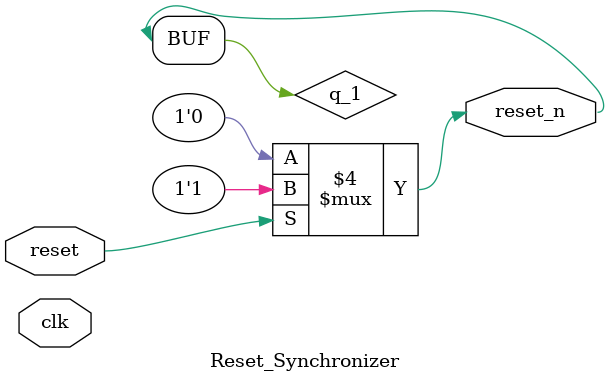
<source format=v>
module Reset_Synchronizer(input clk, input reset, output reg reset_n);

/* For each clk pulse
*		if reset is not asserted on first flip flop
*				do not assert the signal to the second flipflop
*				else assert the signal to the seccond flip flop
*
*	For each clk pulse
*		if the input signal is asserted, assert q_2
*			else if input signal is not asserted, assert q_1
*
*	There will be a reset signal pulse generated between the 
*		Delays of the flip flops as the reset signal propogates
*		through the module
*/ 

	reg q_1;
	
	always@(*)
	begin
		if(reset) 
			q_1 <= 1'b1; //1
		else
			q_1 <= 1'b0; //0
	end
	
	always@(*)
	begin
		reset_n <= q_1;
	end
	
endmodule
</source>
